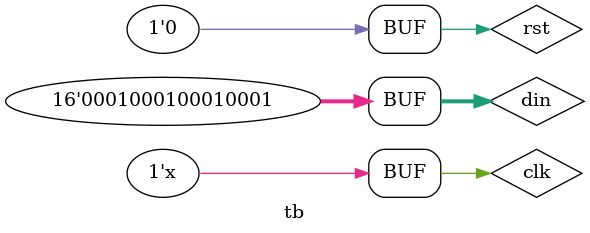
<source format=v>




module p2s(

 
input [15:0] din ,
input clk ,
input rst ,
output reg [4:0] count,
output reg dout ,
output reg fs

);


initial begin
    count=0;
    fs=0;
    end
reg [15:0]temp;



always @ (posedge clk) begin
 if (rst)
 begin
  temp <= 0;
  dout<=0;
  count<=0;
end

   else if (count<16) begin


      dout <= temp[15];
      temp <= temp<<1;   
      count<=count+1;
      fs<=0;
 
end
else begin
       fs<=1;
       count<=0;
       temp<=din;
       dout<=temp[15];
      end
    end  
      
     
endmodule



  

//tb

module tb();

reg [15:0] din;
reg clk;
reg rst;
wire dout;
wire fs;
wire [4:0] count;
initial begin
    clk=1;
    din=16'h1111;
    
    end
p2s p2s_tb ( .din(din), .clk(clk), .rst(rst), .dout(dout),.fs(fs), .count(count) );

  
  always #10 clk=~clk;
  
      initial begin
       
       rst =1'b1;
       #200
       rst=1'b0;
      
       end

endmodule

</source>
